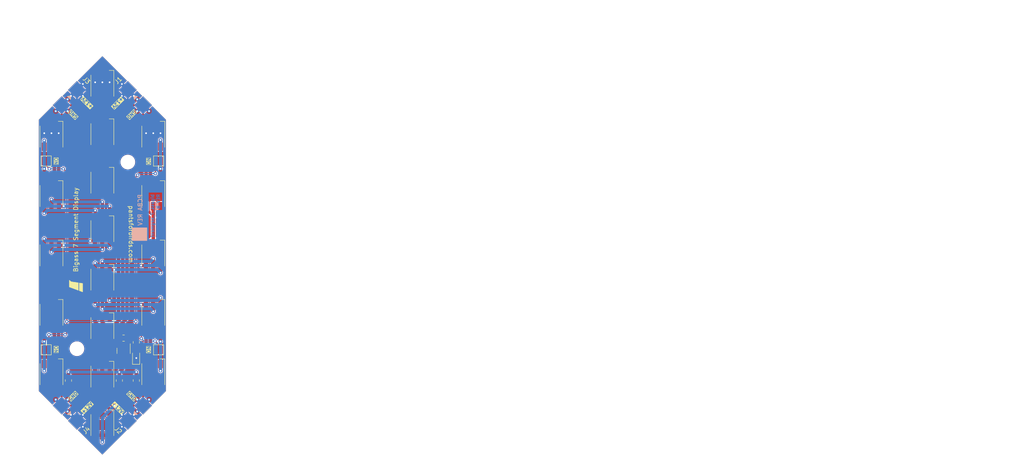
<source format=kicad_pcb>
(kicad_pcb (version 20221018) (generator pcbnew)
  (title_block (title "Bigass 7 Segment Display") (date "2023-06-29") (rev "B") (company "Pants for Birds") (comment 1 "John McNelly - jkailimcnelly@gmail.com"))
  (layers (0 "F.Cu" signal) (31 "B.Cu" signal) (34 "B.Paste" user) (35 "F.Paste" user) (36 "B.SilkS" user "B.Silkscreen") (37 "F.SilkS" user "F.Silkscreen") (38 "B.Mask" user) (39 "F.Mask" user) (44 "Edge.Cuts" user))
  (net 0 "")
  (net 1 "+12V")
  (net 2 "Net-(D1-RK)")
  (net 3 "Net-(D1-GK)")
  (net 4 "GND")
  (net 5 "/LED_ON")
  (net 6 "Net-(D1-BK)")
  (net 7 "Net-(D2-RK)")
  (net 8 "Net-(D2-GK)")
  (net 9 "Net-(D2-BK)")
  (net 10 "Net-(D3-RK)")
  (net 11 "Net-(D3-GK)")
  (net 12 "Net-(D3-BK)")
  (net 13 "Net-(D4-RK)")
  (net 14 "Net-(D4-GK)")
  (net 15 "Net-(D4-BK)")
  (net 16 "Net-(D5-RK)")
  (net 17 "Net-(D5-GK)")
  (net 18 "Net-(D5-BK)")
  (net 19 "Net-(D6-BK)")
  (net 20 "Net-(D7-RK)")
  (net 21 "Net-(D7-GK)")
  (net 22 "Net-(D7-BK)")
  (net 23 "Net-(D8-RK)")
  (net 24 "Net-(D8-GK)")
  (net 25 "Net-(D8-BK)")
  (net 26 "Net-(D10-RA)")
  (net 27 "Net-(D10-GA)")
  (net 28 "Net-(D10-BA)")
  (net 29 "Net-(D10-RK)")
  (net 30 "Net-(D10-GK)")
  (net 31 "Net-(D10-BK)")
  (net 32 "Net-(D11-RK)")
  (net 33 "Net-(D11-GK)")
  (net 34 "Net-(D11-BK)")
  (net 35 "Net-(D12-BK)")
  (net 36 "Net-(D14-RK)")
  (net 37 "Net-(D14-GK)")
  (net 38 "Net-(D14-BK)")
  (net 39 "Net-(D15-RK)")
  (net 40 "Net-(D15-GK)")
  (net 41 "Net-(D15-BK)")
  (net 42 "Net-(D16-RK)")
  (net 43 "Net-(D16-GK)")
  (net 44 "Net-(D16-BK)")
  (net 45 "Net-(D17-RK)")
  (net 46 "Net-(D17-GK)")
  (net 47 "Net-(D17-BK)")
  (net 48 "Net-(D18-RK)")
  (net 49 "Net-(D18-GK)")
  (net 50 "Net-(D18-BK)")
  (net 51 "Net-(D19-BK)")
  (net 52 "/BJT_C")
  (net 53 "/BJT_B")
  (footprint "Diode_SMD:D_SOD-323" (layer "F.Cu") (at 47.95 111.0625 90)
    (fp_text reference "D13" hide)
    (fp_text value "40V 1A")
  )
  (footprint "MountingHole:MountingHole_3mm" (layer "F.Cu") (at 46 65)
    (fp_text reference "H1" hide)
    (fp_text value "MountingHole")
  )
  (footprint "MountingHole:MountingHole_3mm" (layer "F.Cu") (at 34 109)
    (fp_text reference "H2" hide)
    (fp_text value "MountingHole")
  )
  (footprint "Custom_Pad:Pad_01x02_Edge_Pair" (layer "F.Cu") (at 46 48 -45)
    (fp_text reference "J1")
    (fp_text value "Conn_01x02")
  )
  (footprint "Custom_Pad:Pad_01x02_Edge_Pair" (layer "F.Cu") (at 46 126 45)
    (fp_text reference "J2")
    (fp_text value "Conn_01x02")
  )
  (footprint "Custom_Pad:Pad_01x02_Edge_Pair" (layer "F.Cu") (at 34 48 -135)
    (fp_text reference "J3")
    (fp_text value "Conn_01x02")
  )
  (footprint "Custom_Pad:Pad_01x02_Edge_Pair" (layer "F.Cu") (at 34 126 135)
    (fp_text reference "J4")
    (fp_text value "Conn_01x02" hide)
  )
  (footprint "Resistor_SMD:R_0805_2012Metric" (layer "F.Cu") (at 45 106.5 180)
    (fp_text reference "R1" hide)
    (fp_text value "10k")
  )
  (footprint "LED_SMD:LED_RGB_5050-6" (layer "F.Cu") (at 28 73 -90)
    (fp_text reference "D2" hide)
    (fp_text value "LED_RGB")
  )
  (footprint "LED_SMD:LED_RGB_5050-6" (layer "F.Cu") (at 40 58.428571 -90)
    (fp_text reference "D8" hide)
    (fp_text value "LED_RGB")
  )
  (footprint "LED_SMD:LED_RGB_5050-6" (layer "F.Cu") (at 52 73 -90)
    (fp_text reference "D15" hide)
    (fp_text value "LED_RGB")
  )
  (footprint "LED_SMD:LED_RGB_5050-6" (layer "F.Cu") (at 40 81.285713 -90)
    (fp_text reference "D3" hide)
    (fp_text value "LED_RGB")
  )
  (footprint "LED_SMD:LED_RGB_5050-6" (layer "F.Cu") (at 40 69.857142 -90)
    (fp_text reference "D9" hide)
    (fp_text value "LED_RGB")
  )
  (footprint "LED_SMD:LED_RGB_5050-6" (layer "F.Cu") (at 52 87 -90)
    (fp_text reference "D16" hide)
    (fp_text value "LED_RGB")
  )
  (footprint "LED_SMD:LED_RGB_5050-6" (layer "F.Cu") (at 28 87 -90)
    (fp_text reference "D4" hide)
    (fp_text value "LED_RGB")
  )
  (footprint "LED_SMD:LED_RGB_5050-6" (layer "F.Cu") (at 40 104.142855 -90)
    (fp_text reference "D10" hide)
    (fp_text value "LED_RGB")
  )
  (footprint "LED_SMD:LED_RGB_5050-6" (layer "F.Cu") (at 40 92.714284 -90)
    (fp_text reference "D17" hide)
    (fp_text value "LED_RGB")
  )
  (footprint "LED_SMD:LED_RGB_5050-6" (layer "F.Cu") (at 28 101 -90)
    (fp_text reference "D5" hide)
    (fp_text value "LED_RGB")
  )
  (footprint "LED_SMD:LED_RGB_5050-6" (layer "F.Cu") (at 40 115.571426 -90)
    (fp_text reference "D11" hide)
    (fp_text value "LED_RGB")
  )
  (footprint "LED_SMD:LED_RGB_5050-6" (layer "F.Cu") (at 52 101 -90)
    (fp_text reference "D18" hide)
    (fp_text value "LED_RGB")
  )
  (footprint "LED_SMD:LED_RGB_5050-6" (layer "F.Cu") (at 28 115 -90)
    (fp_text reference "D6" hide)
    (fp_text value "LED_RGB")
  )
  (footprint "LED_SMD:LED_RGB_5050-6" (layer "F.Cu") (at 40 127 -90)
    (fp_text reference "D12" hide)
    (fp_text value "LED_RGB")
  )
  (footprint "LED_SMD:LED_RGB_5050-6" (layer "F.Cu") (at 52 115 -90)
    (fp_text reference "D19" hide)
    (fp_text value "LED_RGB")
  )
  (footprint "LED_SMD:LED_RGB_5050-6" (layer "F.Cu") (at 28 59 -90)
    (fp_text reference "D1" hide)
    (fp_text value "LED_RGB")
  )
  (footprint "LED_SMD:LED_RGB_5050-6" (layer "F.Cu") (at 40 47 -90)
    (fp_text reference "D7" hide)
    (fp_text value "LED_RGB")
  )
  (footprint "LED_SMD:LED_RGB_5050-6" (layer "F.Cu") (at 52 59 -90)
    (fp_text reference "D14" hide)
    (fp_text value "LED_RGB")
  )
  (footprint "Custom_Graphic:BirdWithPants_Small_Right" (layer "F.Cu") (at 33.75 94 90)
    (fp_text reference "GRAPHIC1" hide)
    (fp_text value "Graphic" hide)
  )
  (footprint "TestPoint:TestPoint_Pad_2.0x2.0mm" (layer "F.Cu") (at 53.25 109.25 -90)
    (fp_text reference "J5" hide)
    (fp_text value "Conn_01x01")
  )
  (footprint "TestPoint:TestPoint_Pad_2.0x2.0mm" (layer "F.Cu") (at 26.75 109.25 90)
    (fp_text reference "J6" hide)
    (fp_text value "Conn_01x01")
  )
  (footprint "TestPoint:TestPoint_Pad_2.0x2.0mm" (layer "F.Cu") (at 26.75 64.75 90)
    (fp_text reference "J7" hide)
    (fp_text value "Conn_01x01")
  )
  (footprint "TestPoint:TestPoint_Pad_2.0x2.0mm" (layer "F.Cu") (at 53.25 64.75 -90)
    (fp_text reference "J8" hide)
    (fp_text value "Conn_01x01")
  )
  (footprint "Resistor_SMD:R_0805_2012Metric" (layer "F.Cu") (at 48 116.5 90)
    (fp_text reference "R5" hide)
    (fp_text value "3.9R 0805 1/10W")
  )
  (footprint "Resistor_SMD:R_0805_2012Metric" (layer "F.Cu") (at 32 116.5 90)
    (fp_text reference "R3" hide)
    (fp_text value "3.9R 0805 1/10W")
  )
  (footprint "Package_TO_SOT_SMD:SOT-23" (layer "F.Cu") (at 45 109.5 -90)
    (fp_text reference "Q3" hide)
    (fp_text value "25V 1.5A")
  )
  (footprint "Resistor_SMD:R_0805_2012Metric" (layer "F.Cu") (at 44 116.5 90)
    (fp_text reference "R4" hide)
    (fp_text value "3.9R 0805 1/10W")
  )
  (footprint "Resistor_SMD:R_0805_2012Metric" (layer "F.Cu") (at 48 107.5 -90)
    (fp_text reference "R2" hide)
    (fp_text value "1.3k")
  )
  (footprint "Custom_Graphic:PCB_PN_REV_Small" (layer "B.Cu") (at 54 72.5 -90)
    (fp_text reference "PCB1" hide)
    (fp_text value "PCB" hide)
  )
  (gr_rect (start 47 80.5) (end 50.5 83.5) (stroke (width 0.12)) (fill solid) (layer "B.SilkS"))
  (gr_line (start 40 134) (end 25 119) (stroke (width 0.05)) (layer "Edge.Cuts"))
  (gr_line (start 55 55) (end 55 119) (stroke (width 0.05)) (layer "Edge.Cuts"))
  (gr_line (start 40 40) (end 55 55) (stroke (width 0.05)) (layer "Edge.Cuts"))
  (gr_line (start 55 119) (end 40 134) (stroke (width 0.05)) (layer "Edge.Cuts"))
  (gr_line (start 25 55) (end 40 40) (stroke (width 0.05)) (layer "Edge.Cuts"))
  (gr_line (start 25 119) (end 25 55) (stroke (width 0.05)) (layer "Edge.Cuts"))
  (gr_text "PCBA REV" (at 49.5 72.5 90) (layer "B.SilkS") (effects (font (size 1 1)) (justify left bottom mirror)))
  (gr_text "ON" (at 51.4 109.2 90) (layer "F.SilkS" knockout) (effects (font (size 0.8 0.8)) (justify bottom)))
  (gr_text "GND" (at 32.5 52.5 135) (layer "F.SilkS" knockout) (effects (font (size 0.8 0.8) (thickness 0.1875) bold) (justify right bottom)))
  (gr_text "GND" (at 47.5 121.5 315) (layer "F.SilkS" knockout) (effects (font (size 0.8 0.8) (thickness 0.1875) bold) (justify right bottom)))
  (gr_text "+12V" (at 35.5 49.5 135) (layer "F.SilkS" knockout) (effects (font (size 0.8 0.8) (thickness 0.1875) bold) (justify right bottom)))
  (gr_text "ON" (at 28.6 109.2 270) (layer "F.SilkS" knockout) (effects (font (size 0.8 0.8)) (justify bottom)))
  (gr_text "+12V" (at 44.5 124.5 315) (layer "F.SilkS" knockout) (effects (font (size 0.8 0.8) (thickness 0.1875) bold) (justify right bottom)))
  (gr_text "GND" (at 47.5 52.5 225) (layer "F.SilkS" knockout) (effects (font (size 0.8 0.8) (thickness 0.1875) bold) (justify left bottom)))
  (gr_text "+12V" (at 44.5 49.5 225) (layer "F.SilkS" knockout) (effects (font (size 0.8 0.8) (thickness 0.1875) bold) (justify left bottom)))
  (gr_text "ON" (at 51.4 64.8 90) (layer "F.SilkS" knockout) (effects (font (size 0.8 0.8)) (justify bottom)))
  (gr_text "pantsforbirds.com" (at 46.75 82 270) (layer "F.SilkS") (effects (font (size 1 1))))
  (gr_text "Bigass 7 Segment Display" (at 33.75 91 90) (layer "F.SilkS") (effects (font (size 1 1)) (justify left)))
  (gr_text "GND" (at 32.5 121.5 45) (layer "F.SilkS" knockout) (effects (font (size 0.8 0.8) (thickness 0.1875) bold) (justify left bottom)))
  (gr_text "ON" (at 28.6 64.8 270) (layer "F.SilkS" knockout) (effects (font (size 0.8 0.8)) (justify bottom)))
  (gr_text "+12V" (at 35.5 124.5 45) (layer "F.SilkS" knockout) (effects (font (size 0.8 0.8) (thickness 0.1875) bold) (justify left bottom)))
  (segment (start 47.95 111.25) (end 48 111.2) (width 0.4) (layer "F.Cu") (net 1))
  (segment (start 38.3 44.6) (end 38.3 46.2) (width 0.8) (layer "F.Cu") (net 1))
  (segment (start 34 125.992102) (end 35.396051 124.596051) (width 0.8) (layer "F.Cu") (net 1))
  (segment (start 46 48) (end 46 48.007898) (width 0.8) (layer "F.Cu") (net 1))
  (segment (start 34 48) (end 32.6 49.4) (width 0.8) (layer "F.Cu") (net 1))
  (segment (start 40 46.2) (end 40 44.6) (width 0.8) (layer "F.Cu") (net 1))
  (segment (start 34 48) (end 35.4 49.4) (width 0.8) (layer "F.Cu") (net 1))
  (segment (start 46 126) (end 44.603949 127.396051) (width 0.8) (layer "F.Cu") (net 1))
  (segment (start 34 126) (end 34 125.992102) (width 0.8) (layer "F.Cu") (net 1))
  (segment (start 29.7 56.6) (end 29.7 58.2) (width 0.8) (layer "F.Cu") (net 1))
  (segment (start 46 125.992102) (end 44.603949 124.596051) (width 0.8) (layer "F.Cu") (net 1))
  (segment (start 34 126) (end 35.396051 127.396051) (width 0.8) (layer "F.Cu") (net 1))
  (segment (start 34 126) (end 32.596051 124.596051) (width 0.8) (layer "F.Cu") (net 1))
  (segment (start 46 126) (end 46 125.992102) (width 0.8) (layer "F.Cu") (net 1))
  (segment (start 47.95 112.1125) (end 47.95 111.25) (width 0.4) (layer "F.Cu") (net 1))
  (segment (start 46 48) (end 44.603949 46.603949) (width 0.8) (layer "F.Cu") (net 1))
  (segment (start 28 56.6) (end 28 58.2) (width 0.8) (layer "F.Cu") (net 1))
  (segment (start 34 48) (end 35.4 46.6) (width 0.8) (layer "F.Cu") (net 1))
  (segment (start 53.7 56.6) (end 53.7 58.2) (width 0.8) (layer "F.Cu") (net 1))
  (segment (start 46 126) (end 47.403949 124.596051) (width 0.8) (layer "F.Cu") (net 1))
  (segment (start 26.3 56.6) (end 26.3 58.2) (width 0.8) (layer "F.Cu") (net 1))
  (segment (start 50.3 56.6) (end 50.3 58.2) (width 0.8) (layer "F.Cu") (net 1))
  (segment (start 41.7 46.2) (end 41.7 44.6) (width 0.8) (layer "F.Cu") (net 1))
  (segment (start 52 58.2) (end 52 56.6) (width 0.8) (layer "F.Cu") (net 1))
  (segment (start 46 48.007898) (end 44.603949 49.403949) (width 0.8) (layer "F.Cu") (net 1))
  (segment (start 46 48) (end 47.403949 49.403949) (width 0.8) (layer "F.Cu") (net 1))
  (via (at 52 58.2) (size 0.8) (drill 0.4) (layers "F.Cu" "B.Cu") (net 1))
  (via (at 35.4 46.6) (size 0.8) (drill 0.4) (layers "F.Cu" "B.Cu") (net 1))
  (via (at 53.7 58.2) (size 0.8) (drill 0.4) (layers "F.Cu" "B.Cu") (net 1))
  (via (at 44.603949 46.603949) (size 0.8) (drill 0.4) (layers "F.Cu" "B.Cu") (net 1))
  (via (at 44.603949 49.403949) (size 0.8) (drill 0.4) (layers "F.Cu" "B.Cu") (net 1))
  (via (at 26.3 58.2) (size 0.8) (drill 0.4) (layers "F.Cu" "B.Cu") (net 1))
  (via (at 32.596051 124.596051) (size 0.8) (drill 0.4) (layers "F.Cu" "B.Cu") (net 1))
  (via (at 38.3 46.2) (size 0.8) (drill 0.4) (layers "F.Cu" "B.Cu") (net 1))
  (via (at 44.603949 124.596051) (size 0.8) (drill 0.4) (layers "F.Cu" "B.Cu") (net 1))
  (via (at 29.7 58.2) (size 0.8) (drill 0.4) (layers "F.Cu" "B.Cu") (net 1))
  (via (at 47.403949 124.596051) (size 0.8) (drill 0.4) (layers "F.Cu" "B.Cu") (net 1))
  (via (at 44.603949 127.396051) (size 0.8) (drill 0.4) (layers "F.Cu" "B.Cu") (net 1))
  (via (at 35.4 49.4) (size 0.8) (drill 0.4) (layers "F.Cu" "B.Cu") (net 1))
  (via (at 32.6 49.4) (size 0.8) (drill 0.4) (layers "F.Cu" "B.Cu") (net 1))
  (via (at 28 58.2) (size 0.8) (drill 0.4) (layers "F.Cu" "B.Cu") (net 1))
  (via (at 35.396051 124.596051) (size 0.8) (drill 0.4) (layers "F.Cu" "B.Cu") (net 1))
  (via (at 50.3 58.2) (size 0.8) (drill 0.4) (layers "F.Cu" "B.Cu") (net 1))
  (via (at 40 46.2) (size 0.8) (drill 0.4) (layers "F.Cu" "B.Cu") (net 1))
  (via (at 41.7 46.2) (size 0.8) (drill 0.4) (layers "F.Cu" "B.Cu") (net 1))
  (via (at 47.403949 49.403949) (size 0.8) (drill 0.4) (layers "F.Cu" "B.Cu") (net 1))
  (via (at 48 111.2) (size 0.8) (drill 0.4) (layers "F.Cu" "B.Cu") (net 1))
  (via (at 35.396051 127.396051) (size 0.8) (drill 0.4) (layers "F.Cu" "B.Cu") (net 1))
  (segment (start 46.003949 125.996051) (end 47.403949 124.596051) (width 0.8) (layer "B.Cu") (net 1))
  (segment (start 33.996051 125.996051) (end 32.596051 124.596051) (width 0.8) (layer "B.Cu") (net 1))
  (segment (start 46.003949 48.003949) (end 44.603949 46.603949) (width 0.8) (layer "B.Cu") (net 1))
  (segment (start 33.996051 125.996051) (end 35.396051 127.396051) (width 0.8) (layer "B.Cu") (net 1))
  (segment (start 46.003949 48.003949) (end 47.403949 49.403949) (width 0.8) (layer "B.Cu") (net 1))
  (segment (start 46.003949 125.996051) (end 44.603949 124.596051) (width 0.8) (layer "B.Cu") (net 1))
  (segment (start 46.003949 48.003949) (end 44.603949 49.403949) (width 0.8) (layer "B.Cu") (net 1))
  (segment (start 46.003949 125.996051) (end 44.603949 127.396051) (width 0.8) (layer "B.Cu") (net 1))
  (segment (start 34 48) (end 35.4 46.6) (width 0.8) (layer "B.Cu") (net 1))
  (segment (start 33.996051 125.996051) (end 35.396051 124.596051) (width 0.8) (layer "B.Cu") (net 1))
  (segment (start 34 48) (end 32.6 49.4) (width 0.8) (layer "B.Cu") (net 1))
  (segment (start 34 48) (end 35.4 49.4) (width 0.8) (layer "B.Cu") (net 1))
  (segment (start 26.3 61.4) (end 26.3 59.9) (width 0.8) (layer "F.Cu") (net 2))
  (segment (start 26.3 70.6) (end 26.3 66.6) (width 0.8) (layer "F.Cu") (net 2))
  (via (at 26.3 59.9) (size 0.8) (drill 0.4) (layers "F.Cu" "B.Cu") (net 2))
  (via (at 26.3 66.6) (size 0.8) (drill 0.4) (layers "F.Cu" "B.Cu") (net 2))
  (segment (start 26.3 59.9) (end 26.3 66.6) (width 0.8) (layer "B.Cu") (net 2))
  (segment (start 28 61.4) (end 28 63) (width 0.8) (layer "F.Cu") (net 3))
  (segment (start 28 63) (end 28.7 63.7) (width 0.8) (layer "F.Cu") (net 3))
  (segment (start 28.7 68.5) (end 28 69.2) (width 0.8) (layer "F.Cu") (net 3))
  (segment (start 28.7 63.7) (end 28.7 68.5) (width 0.8) (layer "F.Cu") (net 3))
  (segment (start 28 69.2) (end 28 70.6) (width 0.8) (layer "F.Cu") (net 3))
  (segment (start 30.407898 122.407898) (end 31.789296 123.789296) (width 0.8) (layer "F.Cu") (net 4))
  (segment (start 30.407898 122.407898) (end 28.996051 120.996051) (width 0.8) (layer "F.Cu") (net 4))
  (segment (start 30.407898 51.592102) (end 30.407898 51.607898) (width 0.8) (layer "F.Cu") (net 4))
  (segment (start 49.592102 122.407898) (end 49.592102 122.384204) (width 0.8) (layer "F.Cu") (net 4))
  (segment (start 30.407898 122.407898) (end 30.407898 122.384204) (width 0.8) (layer "F.Cu") (net 4))
  (segment (start 30.407898 51.592102) (end 31.793245 50.206755) (width 0.8) (layer "F.Cu") (net 4))
  (segment (start 49.592102 122.407898) (end 51.003949 120.996051) (width 0.8) (layer "F.Cu") (net 4))
  (segment (start 49.592102 122.407898) (end 48.210704 123.789296) (width 0.8) (layer "F.Cu") (net 4))
  (segment (start 30.407898 51.607898) (end 31.8 53) (width 0.8) (layer "F.Cu") (net 4))
  (segment (start 49.592102 122.384204) (end 48.203949 120.996051) (width 0.8) (layer "F.Cu") (net 4))
  (segment (start 30.407898 122.384204) (end 31.796051 120.996051) (width 0.8) (layer "F.Cu") (net 4))
  (segment (start 49.592102 51.592102) (end 51.003949 53.003949) (width 0.8) (layer "F.Cu") (net 4))
  (segment (start 49.592102 51.592102) (end 48.210704 50.210704) (width 0.8) (layer "F.Cu") (net 4))
  (segment (start 49.592102 51.592102) (end 49.592102 51.615796) (width 0.8) (layer "F.Cu") (net 4))
  (segment (start 30.407898 51.592102) (end 29 53) (width 0.8) (layer "F.Cu") (net 4))
  (segment (start 49.592102 51.615796) (end 48.203949 53.003949) (width 0.8) (layer "F.Cu") (net 4))
  (via (at 31.796051 120.996051) (size 0.8) (drill 0.4) (layers "F.Cu" "B.Cu") (net 4))
  (via (at 31.793245 50.206755) (size 0.8) (drill 0.4) (layers "F.Cu" "B.Cu") (net 4))
  (via (at 48.210704 50.210704) (size 0.8) (drill 0.4) (layers "F.Cu" "B.Cu") (net 4))
  (via (at 29 53) (size 0.8) (drill 0.4) (layers "F.Cu" "B.Cu") (net 4))
  (via (at 48.203949 53.003949) (size 0.8) (drill 0.4) (layers "F.Cu" "B.Cu") (net 4))
  (via (at 48.210704 123.789296) (size 0.8) (drill 0.4) (layers "F.Cu" "B.Cu") (net 4))
  (via (at 51.003949 120.996051) (size 0.8) (drill 0.4) (layers "F.Cu" "B.Cu") (net 4))
  (via (at 31.789296 123.789296) (size 0.8) (drill 0.4) (layers "F.Cu" "B.Cu") (net 4))
  (via (at 31.8 53) (size 0.8) (drill 0.4) (layers "F.Cu" "B.Cu") (net 4))
  (via (at 48.203949 120.996051) (size 0.8) (drill 0.4) (layers "F.Cu" "B.Cu") (net 4))
  (via (at 28.996051 120.996051) (size 0.8) (drill 0.4) (layers "F.Cu" "B.Cu") (net 4))
  (via (at 51.003949 53.003949) (size 0.8) (drill 0.4) (layers "F.Cu" "B.Cu") (net 4))
  (segment (start 30.407898 51.607898) (end 31.8 53) (width 0.8) (layer "B.Cu") (net 4))
  (segment (start 49.596051 51.596051) (end 51.003949 53.003949) (width 0.8) (layer "B.Cu") (net 4))
  (segment (start 30.403949 122.403949) (end 31.789296 123.789296) (width 0.8) (layer "B.Cu") (net 4))
  (segment (start 49.596051 122.388153) (end 48.203949 120.996051) (width 0.8) (layer "B.Cu") (net 4))
  (segment (start 49.596051 51.596051) (end 49.596051 51.611847) (width 0.8) (layer "B.Cu") (net 4))
  (segment (start 30.407898 51.592102) (end 31.793245 50.206755) (width 0.8) (layer "B.Cu") (net 4))
  (segment (start 49.596051 122.403949) (end 49.596051 122.388153) (width 0.8) (layer "B.Cu") (net 4))
  (segment (start 49.596051 122.403949) (end 51.003949 120.996051) (width 0.8) (layer "B.Cu") (net 4))
  (segment (start 49.596051 51.596051) (end 48.210704 50.210704) (width 0.8) (layer "B.Cu") (net 4))
  (segment (start 30.403949 122.403949) (end 28.996051 120.996051) (width 0.8) (layer "B.Cu") (net 4))
  (segment (start 30.403949 122.388153) (end 31.796051 120.996051) (width 0.8) (layer "B.Cu") (net 4))
  (segment (start 30.403949 122.403949) (end 30.403949 122.388153) (width 0.8) (layer "B.Cu") (net 4))
  (segment (start 30.407898 51.592102) (end 30.407898 51.607898) (width 0.8) (layer "B.Cu") (net 4))
  (segment (start 49.596051 122.403949) (end 48.210704 123.789296) (width 0.8) (layer "B.Cu") (net 4))
  (segment (start 30.407898 51.592102) (end 29 53) (width 0.8) (layer "B.Cu") (net 4))
  (segment (start 49.596051 51.611847) (end 48.203949 53.003949) (width 0.8) (layer "B.Cu") (net 4))
  (segment (start 52.5 65.5) (end 52.5 67.7) (width 0.25) (layer "F.Cu") (net 5))
  (segment (start 47.875 102.6) (end 47.875 103.35) (width 0.25) (layer "F.Cu") (net 5))
  (segment (start 30.8 66.6) (end 31.625 67.425) (width 0.25) (layer "F.Cu") (net 5))
  (segment (start 53.25 64.75) (end 52.5 65.5) (width 0.25) (layer "F.Cu") (net 5))
  (segment (start 31.625 67.425) (end 31.625 102.575) (width 0.25) (layer "F.Cu") (net 5))
  (segment (start 47.875 68.525) (end 47.875 102.6) (width 0.25) (layer "F.Cu") (net 5))
  (segment (start 31.6 102.6) (end 31.625 102.625) (width 0.25) (layer "F.Cu") (net 5))
  (segment (start 48.3 68.1) (end 47.875 68.525) (width 0.25) (layer "F.Cu") (net 5))
  (segment (start 48 106.5875) (end 46 106.5875) (width 0.25) (layer "F.Cu") (net 5))
  (segment (start 31.625 102.625) (end 31.625 105.275) (width 0.25) (layer "F.Cu") (net 5))
  (segment (start 31.625 105.275) (end 31.2 105.7) (width 0.25) (layer "F.Cu") (net 5))
  (segment (start 47.9625 103.4375) (end 48.05 103.525) (width 0.25) (layer "F.Cu") (net 5))
  (segment (start 53.25 109.25) (end 53.25 108.05) (width 0.25) (layer "F.Cu") (net 5))
  (segment (start 49.2 104.675) (end 48.05 103.525) (width 0.25) (layer "F.Cu") (net 5))
  (segment (start 31.625 102.575) (end 31.6 102.6) (width 0.25) (layer "F.Cu") (net 5))
  (segment (start 27.4 105.7) (end 27.4 108.6) (width 0.25) (layer "F.Cu") (net 5))
  (segment (start 46 106.5875) (end 45.9125 106.5) (width 0.25) (layer "F.Cu") (net 5))
  (segment (start 47.875 103.35) (end 48.05 103.525) (width 0.25) (layer "F.Cu") (net 5))
  (segment (start 26.75 64.75) (end 26.75 65.85) (width 0.25) (layer "F.Cu") (net 5))
  (segment (start 26.75 65.85) (end 27.5 66.6) (width 0.25) (layer "F.Cu") (net 5))
  (segment (start 49.2 106.6) (end 49.2 104.675) (width 0.25) (layer "F.Cu") (net 5))
  (segment (start 53.25 108.05) (end 52.4 107.2) (width 0.25) (layer "F.Cu") (net 5))
  (segment (start 27.4 108.6) (end 26.75 109.25) (width 0.25) (layer "F.Cu") (net 5))
  (via (at 31.6 102.6) (size 0.8) (drill 0.4) (layers "F.Cu" "B.Cu") (net 5))
  (via (at 52.5 67.7) (size 0.8) (drill 0.4) (layers "F.Cu" "B.Cu") (net 5))
  (via (at 48.3 68.1) (size 0.8) (drill 0.4) (layers "F.Cu" "B.Cu") (net 5))
  (via (at 52.4 107.2) (size 0.8) (drill 0.4) (layers "F.Cu" "B.Cu") (net 5))
  (via (at 49.2 106.6) (size 0.8) (drill 0.4) (layers "F.Cu" "B.Cu") (net 5))
  (via (at 31.2 105.7) (size 0.8) (drill 0.4) (layers "F.Cu" "B.Cu") (net 5))
  (via (at 27.5 66.6) (size 0.8) (drill 0.4) (layers "F.Cu" "B.Cu") (net 5))
  (via (at 47.875 102.6) (size 0.8) (drill 0.4) (layers "F.Cu" "B.Cu") (net 5))
  (via (at 30.8 66.6) (size 0.8) (drill 0.4) (layers "F.Cu" "B.Cu") (net 5))
  (via (at 27.4 105.7) (size 0.8) (drill 0.4) (layers "F.Cu" "B.Cu") (net 5))
  (segment (start 52.4 107.2) (end 49.8 107.2) (width 0.25) (layer "B.Cu") (net 5))
  (segment (start 31.2 105.7) (end 27.4 105.7) (width 0.25) (layer "B.Cu") (net 5))
  (segment (start 49.8 107.2) (end 49.2 106.6) (width 0.25) (layer "B.Cu") (net 5))
  (segment (start 31.6 102.6) (end 47.875 102.6) (width 0.25) (layer "B.Cu") (net 5))
  (segment (start 52.5 67.7) (end 48.7 67.7) (width 0.25) (layer "B.Cu") (net 5))
  (segment (start 48.7 67.7) (end 48.3 68.1) (width 0.25) (layer "B.Cu") (net 5))
  (segment (start 27.5 66.6) (end 30.8 66.6) (width 0.25) (layer "B.Cu") (net 5))
  (segment (start 29.7 61.4) (end 29.7 70.6) (width 0.8) (layer "F.Cu") (net 6))
  (segment (start 26.3 75.4) (end 26.3 77.1) (width 0.8) (layer "F.Cu") (net 7))
  (segment (start 38.3 76.3995) (end 38.3 78.885713) (width 0.8) (layer "F.Cu") (net 7))
  (via (at 26.3 77.1) (size 0.8) (drill 0.4) (layers "F.Cu" "B.Cu") (net 7))
  (via (at 38.3 76.3995) (size 0.8) (drill 0.4) (layers "F.Cu" "B.Cu") (net 7))
  (segment (start 26.3 77.1) (end 27 76.4) (width 0.8) (layer "B.Cu") (net 7))
  (segment (start 37.8 76.4) (end 38.2995 76.4) (width 0.8) (layer "B.Cu") (net 7))
  (segment (start 27 76.4) (end 37.8 76.4) (width 0.8) (layer "B.Cu") (net 7))
  (segment (start 38.2995 76.4) (end 38.3 76.3995) (width 0.8) (layer "B.Cu") (net 7))
  (segment (start 28 75.4) (end 28 73.8) (width 0.8) (layer "F.Cu") (net 8))
  (segment (start 40 74.4) (end 40 78.885713) (width 0.8) (layer "F.Cu") (net 8))
  (via (at 28 73.8) (size 0.8) (drill 0.4) (layers "F.Cu" "B.Cu") (net 8))
  (via (at 40 74.4) (size 0.8) (drill 0.4) (layers "F.Cu" "B.Cu") (net 8))
  (segment (start 28 73.8) (end 28.6 74.4) (width 0.8) (layer "B.Cu") (net 8))
  (segment (start 33 74.4) (end 40 74.4) (width 0.8) (layer "B.Cu") (net 8))
  (segment (start 28.6 74.4) (end 33 74.4) (width 0.8) (layer "B.Cu") (net 8))
  (segment (start 41.7 75.4) (end 41.7 78.885713) (width 0.8) (layer "F.Cu") (net 9))
  (segment (start 29.7 75.4) (end 30.9 75.4) (width 0.8) (layer "F.Cu") (net 9))
  (via (at 30.9 75.4) (size 0.8) (drill 0.4) (layers "F.Cu" "B.Cu") (net 9))
  (via (at 41.7 75.4) (size 0.8) (drill 0.4) (layers "F.Cu" "B.Cu") (net 9))
  (segment (start 30.9 75.4) (end 41.7 75.4) (width 0.8) (layer "B.Cu") (net 9))
  (segment (start 26.3 84.6) (end 26.3 83.1) (width 0.8) (layer "F.Cu") (net 10))
  (segment (start 38.214287 83.6) (end 38.3 83.685713) (width 0.8) (layer "F.Cu") (net 10))
  (segment (start 37.1 83.6) (end 38.214287 83.6) (width 0.8) (layer "F.Cu") (net 10))
  (via (at 37.1 83.6) (size 0.8) (drill 0.4) (layers "F.Cu" "B.Cu") (net 10))
  (via (at 26.3 83.1) (size 0.8) (drill 0.4) (layers "F.Cu" "B.Cu") (net 10))
  (segment (start 26.8 83.6) (end 32.1 83.6) (width 0.8) (layer "B.Cu") (net 10))
  (segment (start 32.1 83.6) (end 37.1 83.6) (width 0.8) (layer "B.Cu") (net 10))
  (segment (start 26.3 83.1) (end 26.8 83.6) (width 0.8) (layer "B.Cu") (net 10))
  (segment (start 40 83.685713) (end 40 85.6) (width 0.8) (layer "F.Cu") (net 11))
  (segment (start 28 84.6) (end 28 86.2) (width 0.8) (layer "F.Cu") (net 11))
  (via (at 40 85.6) (size 0.8) (drill 0.4) (layers "F.Cu" "B.Cu") (net 11))
  (via (at 28 86.2) (size 0.8) (drill 0.4) (layers "F.Cu" "B.Cu") (net 11))
  (segment (start 28 86.2) (end 28.6 85.6) (width 0.8) (layer "B.Cu") (net 11))
  (segment (start 28.6 85.6) (end 40 85.6) (width 0.8) (layer "B.Cu") (net 11))
  (segment (start 29.7 84.6) (end 30.9 84.6) (width 0.8) (layer "F.Cu") (net 12))
  (segment (start 41.7 83.685713) (end 41.7 85.2) (width 0.8) (layer "F.Cu") (net 12))
  (via (at 41.7 85.2) (size 0.8) (drill 0.4) (layers "F.Cu" "B.Cu") (net 12))
  (via (at 30.9 84.6) (size 0.8) (drill 0.4) (layers "F.Cu" "B.Cu") (net 12))
  (segment (start 30.9 84.6) (end 41.1 84.6) (width 0.8) (layer "B.Cu") (net 12))
  (segment (start 41.1 84.6) (end 41.7 85.2) (width 0.8) (layer "B.Cu") (net 12))
  (segment (start 27 92) (end 27 96.5) (width 0.8) (layer "F.Cu") (net 13))
  (segment (start 27 96.5) (end 26.3 97.2) (width 0.8) (layer "F.Cu") (net 13))
  (segment (start 26.3 91.3) (end 27 92) (width 0.8) (layer "F.Cu") (net 13))
  (segment (start 26.3 97.2) (end 26.3 98.6) (width 0.8) (layer "F.Cu") (net 13))
  (segment (start 26.3 89.4) (end 26.3 91.3) (width 0.8) (layer "F.Cu") (net 13))
  (segment (start 28 89.4) (end 28 98.6) (width 0.8) (layer "F.Cu") (net 14))
  (segment (start 29.7 90.8) (end 29 91.5) (width 0.8) (layer "F.Cu") (net 15))
  (segment (start 29 96.5) (end 29.7 97.2) (width 0.8) (layer "F.Cu") (net 15))
  (segment (start 29 91.5) (end 29 96.5) (width 0.8) (layer "F.Cu") (net 15))
  (segment (start 29.7 97.2) (end 29.7 98.6) (width 0.8) (layer "F.Cu") (net 15))
  (segment (start 29.7 89.4) (end 29.7 90.8) (width 0.8) (layer "F.Cu") (net 15))
  (segment (start 26.3 103.4) (end 26.3 107.3) (width 0.8) (layer "F.Cu") (net 16))
  (segment (start 26.3 114.2) (end 26.3 112.6) (width 0.8) (layer "F.Cu") (net 16))
  (via (at 26.3 114.2) (size 0.8) (drill 0.4) (layers "F.Cu" "B.Cu") (net 16))
  (via (at 26.3 107.3) (size 0.8) (drill 0.4) (layers "F.Cu" "B.Cu") (net 16))
  (segment (start 26.3 107.3) (end 26.3 114.2) (width 0.8) (layer "B.Cu") (net 16))
  (segment (start 28 104.7) (end 28.7 105.4) (width 0.8) (layer "F.Cu") (net 17))
  (segment (start 28.7 105.4) (end 28.7 110.7) (width 0.8) (layer "F.Cu") (net 17))
  (segment (start 28.7 110.7) (end 28 111.4) (width 0.8) (layer "F.Cu") (net 17))
  (segment (start 28 103.4) (end 28 104.7) (width 0.8) (layer "F.Cu") (net 17))
  (segment (start 28 111.4) (end 28 112.6) (width 0.8) (layer "F.Cu") (net 17))
  (segment (start 29.7 103.4) (end 29.7 112.6) (width 0.8) (layer "F.Cu") (net 18))
  (segment (start 31.9875 117.4) (end 32 117.4125) (width 0.8) (layer "F.Cu") (net 19))
  (segment (start 26.3 117.4) (end 31.9875 117.4) (width 0.8) (layer "F.Cu") (net 19))
  (segment (start 38.3 49.4) (end 38.3 50.8) (width 0.8) (layer "F.Cu") (net 20))
  (segment (start 39 54) (end 38.3 54.7) (width 0.8) (layer "F.Cu") (net 20))
  (segment (start 38.3 50.8) (end 39 51.5) (width 0.8) (layer "F.Cu") (net 20))
  (segment (start 38.3 54.7) (end 38.3 56.028571) (width 0.8) (layer "F.Cu") (net 20))
  (segment (start 39 51.5) (end 39 54) (width 0.8) (layer "F.Cu") (net 20))
  (segment (start 40 49.4) (end 40 56.028571) (width 0.8) (layer "F.Cu") (net 21))
  (segment (start 41.7 50.8) (end 41 51.5) (width 0.8) (layer "F.Cu") (net 22))
  (segment (start 41 54) (end 41.7 54.7) (width 0.8) (layer "F.Cu") (net 22))
  (segment (start 41.7 54.7) (end 41.7 56.028571) (width 0.8) (layer "F.Cu") (net 22))
  (segment (start 41 51.5) (end 41 54) (width 0.8) (layer "F.Cu") (net 22))
  (segment (start 41.7 49.4) (end 41.7 50.8) (width 0.8) (layer "F.Cu") (net 22))
  (segment (start 39 63) (end 39 65) (width 0.8) (layer "F.Cu") (net 23))
  (segment (start 38.3 65.7) (end 38.3 67.457142) (width 0.8) (layer "F.Cu") (net 23))
  (segment (start 38.3 60.828571) (end 38.3 62.3) (width 0.8) (layer "F.Cu") (net 23))
  (segment (start 38.3 62.3) (end 39 63) (width 0.8) (layer "F.Cu") (net 23))
  (segment (start 39 65) (end 38.3 65.7) (width 0.8) (layer "F.Cu") (net 23))
  (segment (start 40 60.828571) (end 40 67.457142) (width 0.8) (layer "F.Cu") (net 24))
  (segment (start 41.7 60.828571) (end 41.7 62.3) (width 0.8) (layer "F.Cu") (net 25))
  (segment (start 41 65) (end 41.7 65.7) (width 0.8) (layer "F.Cu") (net 25))
  (segment (start 41.7 62.3) (end 41 63) (width 0.8) (layer "F.Cu") (net 25))
  (segment (start 41.7 65.7) (end 41.7 67.457142) (width 0.8) (layer "F.Cu") (net 25))
  (segment (start 41 63) (end 41 65) (width 0.8) (layer "F.Cu") (net 25))
  (segment (start 45.800001 101.807068) (end 43.207069 104.4) (width 0.8) (layer "F.Cu") (net 26))
  (segment (start 38.3 102.7) (end 38.3 101.742855) (width 0.8) (layer "F.Cu") (net 26))
  (segment (start 38.3 70.457142) (end 39.157142 69.6) (width 0.8) (layer "F.Cu") (net 26))
  (segment (start 38.3 72.257142) (end 38.3 70.457142) (width 0.8) (layer "F.Cu") (net 26))
  (segment (start 45.8 72.192928) (end 45.800001 101.807068) (width 0.8) (layer "F.Cu") (net 26))
  (segment (start 43.207072 69.6) (end 45.8 72.192928) (width 0.8) (layer "F.Cu") (net 26))
  (segment (start 43.207069 104.4) (end 40 104.4) (width 0.8) (layer "F.Cu") (net 26))
  (segment (start 39.157142 69.6) (end 43.207072 69.6) (width 0.8) (layer "F.Cu") (net 26))
  (segment (start 40 104.4) (end 38.3 102.7) (width 0.8) (layer "F.Cu") (net 26))
  (segment (start 42.792855 103.4) (end 40.607145 103.4) (width 0.8) (layer "F.Cu") (net 27))
  (segment (start 40.607142 70.6) (end 42.792858 70.6) (width 0.8) (layer "F.Cu") (net 27))
  (segment (start 40 71.207142) (end 40.607142 70.6) (width 0.8) (layer "F.Cu") (net 27))
  (segment (start 44.8 101.392855) (end 42.792855 103.4) (width 0.8) (layer "F.Cu") (net 27))
  (segment (start 40 102.792855) (end 40 101.742855) (width 0.8) (layer "F.Cu") (net 27))
  (segment (start 40.607145 103.4) (end 40 102.792855) (width 0.8) (layer "F.Cu") (net 27))
  (segment (start 40 72.257142) (end 40 71.207142) (width 0.8) (layer "F.Cu") (net 27))
  (segment (start 42.792858 70.6) (end 44.8 72.607142) (width 0.8) (layer "F.Cu") (net 27))
  (segment (start 44.8 72.607142) (end 44.8 101.392855) (width 0.8) (layer "F.Cu") (net 27))
  (segment (start 43.8 73.021356) (end 43.8 100.978641) (width 0.8) (layer "F.Cu") (net 28))
  (segment (start 43.035786 101.742855) (end 41.7 101.742855) (width 0.8) (layer "F.Cu") (net 28))
  (segment (start 43.035786 72.257142) (end 43.8 73.021356) (width 0.8) (layer "F.Cu") (net 28))
  (segment (start 41.7 72.257142) (end 43.035786 72.257142) (width 0.8) (layer "F.Cu") (net 28))
  (segment (start 43.8 100.978641) (end 43.035786 101.742855) (width 0.8) (layer "F.Cu") (net 28))
  (segment (start 38.3 107.8) (end 39 108.5) (width 0.8) (layer "F.Cu") (net 29))
  (segment (start 39 108.5) (end 39 111) (width 0.8) (layer "F.Cu") (net 29))
  (segment (start 39 111) (end 38.3 111.7) (width 0.8) (layer "F.Cu") (net 29))
  (segment (start 38.3 106.542855) (end 38.3 107.8) (width 0.8) (layer "F.Cu") (net 29))
  (segment (start 38.3 111.7) (end 38.3 113.171426) (width 0.8) (layer "F.Cu") (net 29))
  (segment (start 40 106.542855) (end 40 113.171426) (width 0.8) (layer "F.Cu") (net 30))
  (segment (start 41.7 111.7) (end 41 111) (width 0.8) (layer "F.Cu") (net 31))
  (segment (start 41.7 113.171426) (end 41.7 111.7) (width 0.8) (layer "F.Cu") (net 31))
  (segment (start 41.7 107.8) (end 41.7 106.542855) (width 0.8) (layer "F.Cu") (net 31))
  (segment (start 41 108.5) (end 41.7 107.8) (width 0.8) (layer "F.Cu") (net 31))
  (segment (start 41 111) (end 41 108.5) (width 0.8) (layer "F.Cu") (net 31))
  (segment (start 39 122.5) (end 38.3 123.2) (width 0.8) (layer "F.Cu") (net 32))
  (segment (start 38.3 119.3) (end 39 120) (width 0.8) (layer "F.Cu") (net 32))
  (segment (start 38.3 117.971426) (end 38.3 119.3) (width 0.8) (layer "F.Cu") (net 32))
  (segment (start 39 120) (end 39 122.5) (width 0.8) (layer "F.Cu") (net 32))
  (segment (start 38.3 123.2) (end 38.3 124.6) (width 0.8) (layer "F.Cu") (net 32))
  (segment (start 40 117.971426) (end 40 124.6) (width 0.8) (layer "F.Cu") (net 33))
  (segment (start 41.7 119.3) (end 41 120) (width 0.8) (layer "F.Cu") (net 34))
  (segment (start 41 122.5) (end 41.7 123.2) (width 0.8) (layer "F.Cu") (net 34))
  (segment (start 41 120) (end 41 122.5) (width 0.8) (layer "F.Cu") (net 34))
  (segment (start 41.7 117.971426) (end 41.7 119.3) (width 0.8) (layer "F.Cu") (net 34))
  (segment (start 41.7 123.2) (end 41.7 124.6) (width 0.8) (layer "F.Cu") (net 34))
  (segment (start 42.85 122.4) (end 42.85 119.55) (width 0.8) (layer "F.Cu") (net 35))
  (segment (start 42.85 119.55) (end 44 118.4) (width 0.8) (layer "F.Cu") (net 35))
  (segment (start 41.7 129.4) (end 38.3 129.4) (width 0.8) (layer "F.Cu") (net 35))
  (segment (start 44 118.4) (end 44 117.4125) (width 0.8) (layer "F.Cu") (net 35))
  (segment (start 40 129.4) (end 40 131) (width 0.8) (layer "F.Cu") (net 35))
  (via (at 42.85 122.4) (size 0.8) (drill 0.4) (layers "F.Cu" "B.Cu") (net 35))
  (via (at 40 131) (size 0.8) (drill 0.4) (layers "F.Cu" "B.Cu") (net 35))
  (segment (start 40 131) (end 40 125.25) (width 0.8) (layer "B.Cu") (net 35))
  (segment (start 40 125.25) (end 42.85 122.4) (width 0.8) (layer "B.Cu") (net 35))
  (segment (start 50.3 70.6) (end 50.3 61.4) (width 0.8) (layer "F.Cu") (net 36))
  (segment (start 52 62.8) (end 52 61.4) (width 0.8) (layer "F.Cu") (net 37))
  (segment (start 52 68.8) (end 51.3 68.1) (width 0.8) (layer "F.Cu") (net 37))
  (segment (start 52 70.6) (end 52 68.8) (width 0.8) (layer "F.Cu") (net 37))
  (segment (start 51.3 63.5) (end 52 62.8) (width 0.8) (layer "F.Cu") (net 37))
  (segment (start 51.3 68.1) (end 51.3 63.5) (width 0.8) (layer "F.Cu") (net 37))
  (segment (start 53.7 66.6) (end 53.7 70.6) (width 0.8) (layer "F.Cu") (net 38))
  (segment (start 53.7 61.4) (end 53.7 59.8) (width 0.8) (layer "F.Cu") (net 38))
  (via (at 53.7 59.8) (size 0.8) (drill 0.4) (layers "F.Cu" "B.Cu") (net 38))
  (via (at 53.7 66.6) (size 0.8) (drill 0.4) (layers "F.Cu" "B.Cu") (net 38))
  (segment (start 53.7 59.8) (end 53.7 66.6) (width 0.8) (layer "B.Cu") (net 38))
  (segment (start 50.3 77.3) (end 51 78) (width 0.8) (layer "F.Cu") (net 39))
  (segment (start 50.3 83.2) (end 50.3 84.6) (width 0.8) (layer "F.Cu") (net 39))
  (segment (start 51 82.5) (end 50.3 83.2) (width 0.8) (layer "F.Cu") (net 39))
  (segment (start 50.3 75.4) (end 50.3 77.3) (width 0.8) (layer "F.Cu") (net 39))
  (segment (start 51 78) (end 51 82.5) (width 0.8) (layer "F.Cu") (net 39))
  (segment (start 52 75.4) (end 52 84.6) (width 0.8) (layer "F.Cu") (net 40))
  (segment (start 53.7 77.8) (end 53 78.5) (width 0.8) (layer "F.Cu") (net 41))
  (segment (start 53.7 83.2) (end 53.7 84.6) (width 0.8) (layer "F.Cu") (net 41))
  (segment (start 53 78.5) (end 53 82.5) (width 0.8) (layer "F.Cu") (net 41))
  (segment (start 53.7 75.4) (end 53.7 77.8) (width 0.8) (layer "F.Cu") (net 41))
  (segment (start 53 82.5) (end 53.7 83.2) (width 0.8) (layer "F.Cu") (net 41))
  (segment (start 50.3 89.4) (end 49.1 89.4) (width 0.8) (layer "F.Cu") (net 42))
  (segment (start 38.3 88.8) (end 38.3 90.314284) (width 0.8) (layer "F.Cu") (net 42))
  (via (at 38.3 88.8) (size 0.8) (drill 0.4) (layers "F.Cu" "B.Cu") (net 42))
  (via (at 49.1 89.4) (size 0.8) (drill 0.4) (layers "F.Cu" "B.Cu") (net 42))
  (segment (start 38.9 89.4) (end 38.3 88.8) (width 0.8) (layer "B.Cu") (net 42))
  (segment (start 49.1 89.4) (end 38.9 89.4) (width 0.8) (layer "B.Cu") (net 42))
  (segment (start 52 89.4) (end 52 87.8) (width 0.8) (layer "F.Cu") (net 43))
  (segment (start 40 88.4005) (end 40 90.314284) (width 0.8) (layer "F.Cu") (net 43))
  (via (at 40 88.4005) (size 0.8) (drill 0.4) (layers "F.Cu" "B.Cu") (net 43))
  (via (at 52 87.8) (size 0.8) (drill 0.4) (layers "F.Cu" "B.Cu") (net 43))
  (segment (start 46.7 88.4) (end 40.0005 88.4) (width 0.8) (layer "B.Cu") (net 43))
  (segment (start 40.0005 88.4) (end 40 88.4005) (width 0.8) (layer "B.Cu") (net 43))
  (segment (start 52 87.8) (end 51.4 88.4) (width 0.8) (layer "B.Cu") (net 43))
  (segment (start 51.4 88.4) (end 46.7 88.4) (width 0.8) (layer "B.Cu") (net 43))
  (segment (start 41.785716 90.4) (end 41.7 90.314284) (width 0.8) (layer "F.Cu") (net 44))
  (segment (start 53.7 89.4) (end 53.7 91.1) (width 0.8) (layer "F.Cu") (net 44))
  (segment (start 42.8 90.4) (end 41.785716 90.4) (width 0.8) (layer "F.Cu") (net 44))
  (via (at 53.7 91.1) (size 0.8) (drill 0.4) (layers "F.Cu" "B.Cu") (net 44))
  (via (at 42.8 90.4) (size 0.8) (drill 0.4) (layers "F.Cu" "B.Cu") (net 44))
  (segment (start 42.8 90.4) (end 53 90.4) (width 0.8) (layer "B.Cu") (net 44))
  (segment (start 53 90.4) (end 53.7 91.1) (width 0.8) (layer "B.Cu") (net 44))
  (segment (start 38.3 98.6) (end 38.3 95.114284) (width 0.8) (layer "F.Cu") (net 45))
  (segment (start 50.3 98.6) (end 49.1 98.6) (width 0.8) (layer "F.Cu") (net 45))
  (via (at 49.1 98.6) (size 0.8) (drill 0.4) (layers "F.Cu" "B.Cu") (net 45))
  (via (at 38.3 98.6) (size 0.8) (drill 0.4) (layers "F.Cu" "B.Cu") (net 45))
  (segment (start 49.1 98.6) (end 38.3 98.6) (width 0.8) (layer "B.Cu") (net 45))
  (segment (start 40 95.114284) (end 40 99.5995) (width 0.8) (layer "F.Cu") (net 46))
  (segment (start 52 100.2) (end 52 98.6) (width 0.8) (layer "F.Cu") (net 46))
  (via (at 40 99.5995) (size 0.8) (drill 0.4) (layers "F.Cu" "B.Cu") (net 46))
  (via (at 52 100.2) (size 0.8) (drill 0.4) (layers "F.Cu" "B.Cu") (net 46))
  (segment (start 52 100.2) (end 51.3995 99.5995) (width 0.8) (layer "B.Cu") (net 46))
  (segment (start 51.3995 99.5995) (end 40 99.5995) (width 0.8) (layer "B.Cu") (net 46))
  (segment (start 53.7 97) (end 53.7 98.6) (width 0.8) (layer "F.Cu") (net 47))
  (segment (start 41.7 95.114284) (end 41.7 97.6) (width 0.8) (layer "F.Cu") (net 47))
  (via (at 41.7 97.6) (size 0.8) (drill 0.4) (layers "F.Cu" "B.Cu") (net 47))
  (via (at 53.7 97) (size 0.8) (drill 0.4) (layers "F.Cu" "B.Cu") (net 47))
  (segment (start 53.1 97.6) (end 41.7 97.6) (width 0.8) (layer "B.Cu") (net 47))
  (segment (start 53.7 97) (end 53.1 97.6) (width 0.8) (layer "B.Cu") (net 47))
  (segment (start 50.3 103.4) (end 50.3 112.6) (width 0.8) (layer "F.Cu") (net 48))
  (segment (start 51.3 105.7) (end 51.3 110.4) (width 0.8) (layer "F.Cu") (net 49))
  (segment (start 52 111.1) (end 52 112.6) (width 0.8) (layer "F.Cu") (net 49))
  (segment (start 52 105) (end 51.3 105.7) (width 0.8) (layer "F.Cu") (net 49))
  (segment (start 52 103.4) (end 52 105) (width 0.8) (layer "F.Cu") (net 49))
  (segment (start 51.3 110.4) (end 52 111.1) (width 0.8) (layer "F.Cu") (net 49))
  (segment (start 53.7 114.2) (end 53.7 112.6) (width 0.8) (layer "F.Cu") (net 50))
  (segment (start 53.7 103.4) (end 53.7 107.3) (width 0.8) (layer "F.Cu") (net 50))
  (via (at 53.7 114.2) (size 0.8) (drill 0.4) (layers "F.Cu" "B.Cu") (net 50))
  (via (at 53.7 107.3) (size 0.8) (drill 0.4) (layers "F.Cu" "B.Cu") (net 50))
  (segment (start 53.7 107.3) (end 53.7 114.2) (width 0.8) (layer "B.Cu") (net 50))
  (segment (start 53.7 117.4) (end 48.0125 117.4) (width 0.8) (layer "F.Cu") (net 51))
  (segment (start 48.0125 117.4) (end 48 117.4125) (width 0.8) (layer "F.Cu") (net 51))
  (segment (start 45 110.4375) (end 47.525 110.4375) (width 0.4) (layer "F.Cu") (net 52))
  (segment (start 32 115.5875) (end 32 114.5) (width 0.8) (layer "F.Cu") (net 52))
  (segment (start 44 114.5) (end 45 113.5) (width 0.8) (layer "F.Cu") (net 52))
  (segment (start 47.525 110.4375) (end 47.95 110.0125) (width 0.4) (layer "F.Cu") (net 52))
  (segment (start 48 115.5875) (end 48 114.5) (width 0.8) (layer "F.Cu") (net 52))
  (segment (start 45 113.5) (end 45 111.8) (width 0.8) (layer "F.Cu") (net 52))
  (segment (start 44 114.5) (end 44 115.5875) (width 0.8) (layer "F.Cu") (net 52))
  (segment (start 45 110.4375) (end 45 111.8) (width 0.4) (layer "F.Cu") (net 52))
  (via (at 44 114.5) (size 0.8) (drill 0.4) (layers "F.Cu" "B.Cu") (net 52))
  (via (at 32 114.5) (size 0.8) (drill 0.4) (layers "F.Cu" "B.Cu") (net 52))
  (via (at 48 114.5) (size 0.8) (drill 0.4) (layers "F.Cu" "B.Cu") (net 52))
  (segment (start 32 114.5) (end 44 114.5) (width 0.8) (layer "B.Cu") (net 52))
  (segment (start 48 114.5) (end 44 114.5) (width 0.8) (layer "B.Cu") (net 52))
  (segment (start 48 108.4125) (end 46.1 108.4125) (width 0.25) (layer "F.Cu") (net 53))
  (segment (start 46.1 108.4125) (end 45.95 108.5625) (width 0.25) (layer "F.Cu") (net 53))
  (zone (net 4) (net_name "GND") (layer "F.Cu") (connect_pads (clearance 0.2)) (min_thickness 0.2) (fill yes (thermal_gap 0.2) (thermal_bridge_width 0.4))
    (polygon (pts (xy 55 55) (xy 55 119) (xy 40 134) (xy 25 119) (xy 25 55) (xy 40 40)))
  )
  (zone (net 1) (net_name "+12V") (layer "B.Cu") (connect_pads (clearance 0.2)) (min_thickness 0.2) (fill yes (thermal_gap 0.2) (thermal_bridge_width 0.4))
    (polygon (pts (xy 55 55) (xy 55 119) (xy 40 134) (xy 25 119) (xy 25 55) (xy 40 40)))
  )
)
</source>
